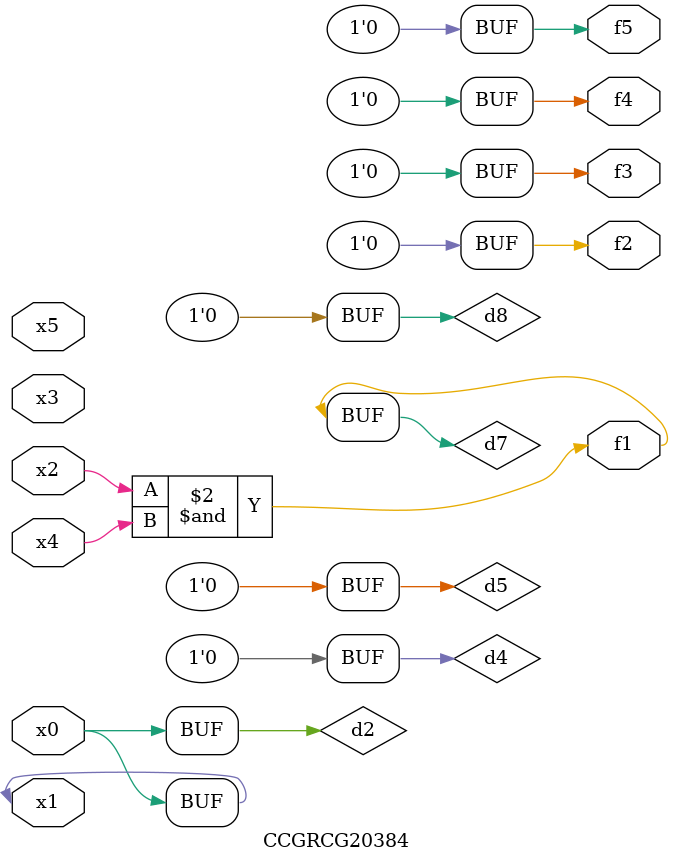
<source format=v>
module CCGRCG20384(
	input x0, x1, x2, x3, x4, x5,
	output f1, f2, f3, f4, f5
);

	wire d1, d2, d3, d4, d5, d6, d7, d8, d9;

	nand (d1, x1);
	buf (d2, x0, x1);
	nand (d3, x2, x4);
	and (d4, d1, d2);
	and (d5, d1, d2);
	nand (d6, d1, d3);
	not (d7, d3);
	xor (d8, d5);
	nor (d9, d5, d6);
	assign f1 = d7;
	assign f2 = d8;
	assign f3 = d8;
	assign f4 = d8;
	assign f5 = d8;
endmodule

</source>
